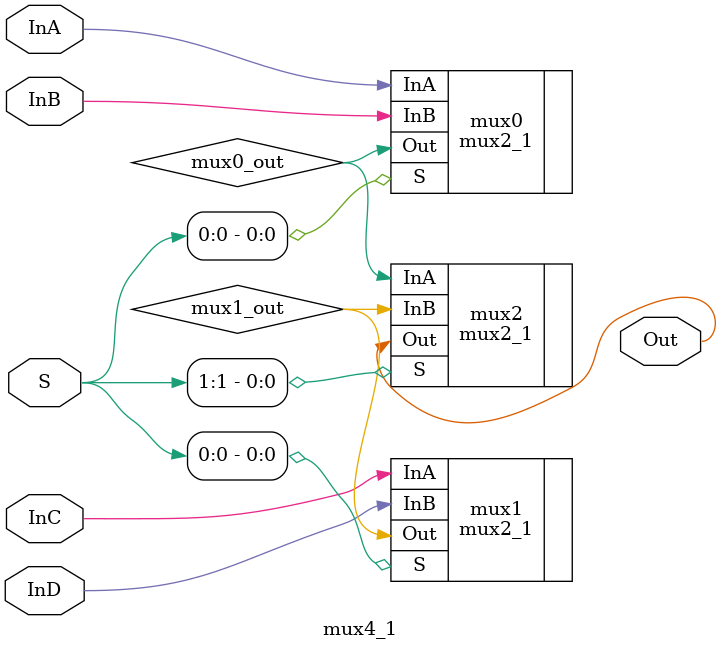
<source format=v>

module mux4_1(InA, InB, InC, InD, S, Out);
	input InA, InB, InC, InD;
	input [1:0] S;
	output Out;
	
	wire mux0_out, mux1_out;
	
	mux2_1 mux0(.InA(InA),      .InB(InB),      .S(S[0]), .Out(mux0_out));
	mux2_1 mux1(.InA(InC),      .InB(InD),      .S(S[0]), .Out(mux1_out));
	mux2_1 mux2(.InA(mux0_out), .InB(mux1_out), .S(S[1]), .Out(Out));

endmodule
</source>
